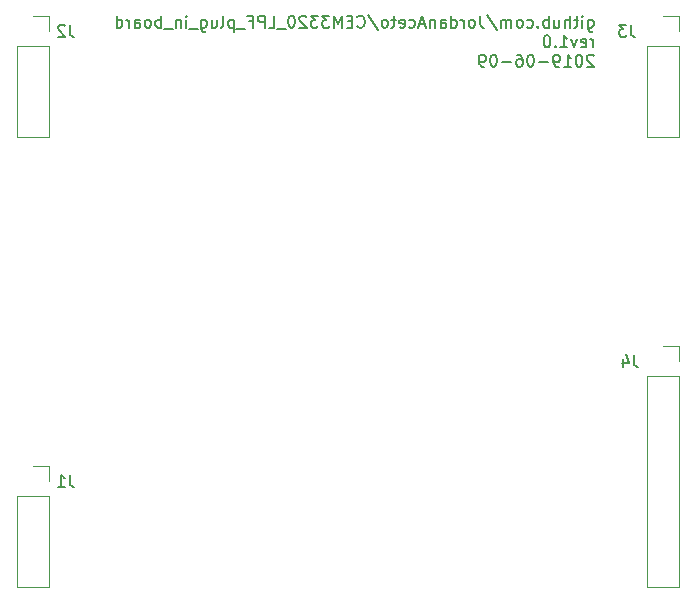
<source format=gbo>
G04 #@! TF.GenerationSoftware,KiCad,Pcbnew,5.1.2-f72e74a~84~ubuntu18.04.1*
G04 #@! TF.CreationDate,2019-06-11T14:16:10-04:00*
G04 #@! TF.ProjectId,CEM3320_LPF_plug_in_board,43454d33-3332-4305-9f4c-50465f706c75,1*
G04 #@! TF.SameCoordinates,Original*
G04 #@! TF.FileFunction,Legend,Bot*
G04 #@! TF.FilePolarity,Positive*
%FSLAX46Y46*%
G04 Gerber Fmt 4.6, Leading zero omitted, Abs format (unit mm)*
G04 Created by KiCad (PCBNEW 5.1.2-f72e74a~84~ubuntu18.04.1) date 2019-06-11 14:16:10*
%MOMM*%
%LPD*%
G04 APERTURE LIST*
%ADD10C,0.150000*%
%ADD11C,0.120000*%
G04 APERTURE END LIST*
D10*
X176527833Y-77764714D02*
X176527833Y-78574238D01*
X176575452Y-78669476D01*
X176623071Y-78717095D01*
X176718309Y-78764714D01*
X176861166Y-78764714D01*
X176956404Y-78717095D01*
X176527833Y-78383761D02*
X176623071Y-78431380D01*
X176813547Y-78431380D01*
X176908785Y-78383761D01*
X176956404Y-78336142D01*
X177004023Y-78240904D01*
X177004023Y-77955190D01*
X176956404Y-77859952D01*
X176908785Y-77812333D01*
X176813547Y-77764714D01*
X176623071Y-77764714D01*
X176527833Y-77812333D01*
X176051642Y-78431380D02*
X176051642Y-77764714D01*
X176051642Y-77431380D02*
X176099261Y-77479000D01*
X176051642Y-77526619D01*
X176004023Y-77479000D01*
X176051642Y-77431380D01*
X176051642Y-77526619D01*
X175718309Y-77764714D02*
X175337357Y-77764714D01*
X175575452Y-77431380D02*
X175575452Y-78288523D01*
X175527833Y-78383761D01*
X175432595Y-78431380D01*
X175337357Y-78431380D01*
X175004023Y-78431380D02*
X175004023Y-77431380D01*
X174575452Y-78431380D02*
X174575452Y-77907571D01*
X174623071Y-77812333D01*
X174718309Y-77764714D01*
X174861166Y-77764714D01*
X174956404Y-77812333D01*
X175004023Y-77859952D01*
X173670690Y-77764714D02*
X173670690Y-78431380D01*
X174099261Y-77764714D02*
X174099261Y-78288523D01*
X174051642Y-78383761D01*
X173956404Y-78431380D01*
X173813547Y-78431380D01*
X173718309Y-78383761D01*
X173670690Y-78336142D01*
X173194500Y-78431380D02*
X173194500Y-77431380D01*
X173194500Y-77812333D02*
X173099261Y-77764714D01*
X172908785Y-77764714D01*
X172813547Y-77812333D01*
X172765928Y-77859952D01*
X172718309Y-77955190D01*
X172718309Y-78240904D01*
X172765928Y-78336142D01*
X172813547Y-78383761D01*
X172908785Y-78431380D01*
X173099261Y-78431380D01*
X173194500Y-78383761D01*
X172289738Y-78336142D02*
X172242119Y-78383761D01*
X172289738Y-78431380D01*
X172337357Y-78383761D01*
X172289738Y-78336142D01*
X172289738Y-78431380D01*
X171384976Y-78383761D02*
X171480214Y-78431380D01*
X171670690Y-78431380D01*
X171765928Y-78383761D01*
X171813547Y-78336142D01*
X171861166Y-78240904D01*
X171861166Y-77955190D01*
X171813547Y-77859952D01*
X171765928Y-77812333D01*
X171670690Y-77764714D01*
X171480214Y-77764714D01*
X171384976Y-77812333D01*
X170813547Y-78431380D02*
X170908785Y-78383761D01*
X170956404Y-78336142D01*
X171004023Y-78240904D01*
X171004023Y-77955190D01*
X170956404Y-77859952D01*
X170908785Y-77812333D01*
X170813547Y-77764714D01*
X170670690Y-77764714D01*
X170575452Y-77812333D01*
X170527833Y-77859952D01*
X170480214Y-77955190D01*
X170480214Y-78240904D01*
X170527833Y-78336142D01*
X170575452Y-78383761D01*
X170670690Y-78431380D01*
X170813547Y-78431380D01*
X170051642Y-78431380D02*
X170051642Y-77764714D01*
X170051642Y-77859952D02*
X170004023Y-77812333D01*
X169908785Y-77764714D01*
X169765928Y-77764714D01*
X169670690Y-77812333D01*
X169623071Y-77907571D01*
X169623071Y-78431380D01*
X169623071Y-77907571D02*
X169575452Y-77812333D01*
X169480214Y-77764714D01*
X169337357Y-77764714D01*
X169242119Y-77812333D01*
X169194500Y-77907571D01*
X169194500Y-78431380D01*
X168004023Y-77383761D02*
X168861166Y-78669476D01*
X167384976Y-77431380D02*
X167384976Y-78145666D01*
X167432595Y-78288523D01*
X167527833Y-78383761D01*
X167670690Y-78431380D01*
X167765928Y-78431380D01*
X166765928Y-78431380D02*
X166861166Y-78383761D01*
X166908785Y-78336142D01*
X166956404Y-78240904D01*
X166956404Y-77955190D01*
X166908785Y-77859952D01*
X166861166Y-77812333D01*
X166765928Y-77764714D01*
X166623071Y-77764714D01*
X166527833Y-77812333D01*
X166480214Y-77859952D01*
X166432595Y-77955190D01*
X166432595Y-78240904D01*
X166480214Y-78336142D01*
X166527833Y-78383761D01*
X166623071Y-78431380D01*
X166765928Y-78431380D01*
X166004023Y-78431380D02*
X166004023Y-77764714D01*
X166004023Y-77955190D02*
X165956404Y-77859952D01*
X165908785Y-77812333D01*
X165813547Y-77764714D01*
X165718309Y-77764714D01*
X164956404Y-78431380D02*
X164956404Y-77431380D01*
X164956404Y-78383761D02*
X165051642Y-78431380D01*
X165242119Y-78431380D01*
X165337357Y-78383761D01*
X165384976Y-78336142D01*
X165432595Y-78240904D01*
X165432595Y-77955190D01*
X165384976Y-77859952D01*
X165337357Y-77812333D01*
X165242119Y-77764714D01*
X165051642Y-77764714D01*
X164956404Y-77812333D01*
X164051642Y-78431380D02*
X164051642Y-77907571D01*
X164099261Y-77812333D01*
X164194500Y-77764714D01*
X164384976Y-77764714D01*
X164480214Y-77812333D01*
X164051642Y-78383761D02*
X164146880Y-78431380D01*
X164384976Y-78431380D01*
X164480214Y-78383761D01*
X164527833Y-78288523D01*
X164527833Y-78193285D01*
X164480214Y-78098047D01*
X164384976Y-78050428D01*
X164146880Y-78050428D01*
X164051642Y-78002809D01*
X163575452Y-77764714D02*
X163575452Y-78431380D01*
X163575452Y-77859952D02*
X163527833Y-77812333D01*
X163432595Y-77764714D01*
X163289738Y-77764714D01*
X163194500Y-77812333D01*
X163146880Y-77907571D01*
X163146880Y-78431380D01*
X162718309Y-78145666D02*
X162242119Y-78145666D01*
X162813547Y-78431380D02*
X162480214Y-77431380D01*
X162146880Y-78431380D01*
X161384976Y-78383761D02*
X161480214Y-78431380D01*
X161670690Y-78431380D01*
X161765928Y-78383761D01*
X161813547Y-78336142D01*
X161861166Y-78240904D01*
X161861166Y-77955190D01*
X161813547Y-77859952D01*
X161765928Y-77812333D01*
X161670690Y-77764714D01*
X161480214Y-77764714D01*
X161384976Y-77812333D01*
X160575452Y-78383761D02*
X160670690Y-78431380D01*
X160861166Y-78431380D01*
X160956404Y-78383761D01*
X161004023Y-78288523D01*
X161004023Y-77907571D01*
X160956404Y-77812333D01*
X160861166Y-77764714D01*
X160670690Y-77764714D01*
X160575452Y-77812333D01*
X160527833Y-77907571D01*
X160527833Y-78002809D01*
X161004023Y-78098047D01*
X160242119Y-77764714D02*
X159861166Y-77764714D01*
X160099261Y-77431380D02*
X160099261Y-78288523D01*
X160051642Y-78383761D01*
X159956404Y-78431380D01*
X159861166Y-78431380D01*
X159384976Y-78431380D02*
X159480214Y-78383761D01*
X159527833Y-78336142D01*
X159575452Y-78240904D01*
X159575452Y-77955190D01*
X159527833Y-77859952D01*
X159480214Y-77812333D01*
X159384976Y-77764714D01*
X159242119Y-77764714D01*
X159146880Y-77812333D01*
X159099261Y-77859952D01*
X159051642Y-77955190D01*
X159051642Y-78240904D01*
X159099261Y-78336142D01*
X159146880Y-78383761D01*
X159242119Y-78431380D01*
X159384976Y-78431380D01*
X157908785Y-77383761D02*
X158765928Y-78669476D01*
X157004023Y-78336142D02*
X157051642Y-78383761D01*
X157194500Y-78431380D01*
X157289738Y-78431380D01*
X157432595Y-78383761D01*
X157527833Y-78288523D01*
X157575452Y-78193285D01*
X157623071Y-78002809D01*
X157623071Y-77859952D01*
X157575452Y-77669476D01*
X157527833Y-77574238D01*
X157432595Y-77479000D01*
X157289738Y-77431380D01*
X157194500Y-77431380D01*
X157051642Y-77479000D01*
X157004023Y-77526619D01*
X156575452Y-77907571D02*
X156242119Y-77907571D01*
X156099261Y-78431380D02*
X156575452Y-78431380D01*
X156575452Y-77431380D01*
X156099261Y-77431380D01*
X155670690Y-78431380D02*
X155670690Y-77431380D01*
X155337357Y-78145666D01*
X155004023Y-77431380D01*
X155004023Y-78431380D01*
X154623071Y-77431380D02*
X154004023Y-77431380D01*
X154337357Y-77812333D01*
X154194500Y-77812333D01*
X154099261Y-77859952D01*
X154051642Y-77907571D01*
X154004023Y-78002809D01*
X154004023Y-78240904D01*
X154051642Y-78336142D01*
X154099261Y-78383761D01*
X154194500Y-78431380D01*
X154480214Y-78431380D01*
X154575452Y-78383761D01*
X154623071Y-78336142D01*
X153670690Y-77431380D02*
X153051642Y-77431380D01*
X153384976Y-77812333D01*
X153242119Y-77812333D01*
X153146880Y-77859952D01*
X153099261Y-77907571D01*
X153051642Y-78002809D01*
X153051642Y-78240904D01*
X153099261Y-78336142D01*
X153146880Y-78383761D01*
X153242119Y-78431380D01*
X153527833Y-78431380D01*
X153623071Y-78383761D01*
X153670690Y-78336142D01*
X152670690Y-77526619D02*
X152623071Y-77479000D01*
X152527833Y-77431380D01*
X152289738Y-77431380D01*
X152194500Y-77479000D01*
X152146880Y-77526619D01*
X152099261Y-77621857D01*
X152099261Y-77717095D01*
X152146880Y-77859952D01*
X152718309Y-78431380D01*
X152099261Y-78431380D01*
X151480214Y-77431380D02*
X151384976Y-77431380D01*
X151289738Y-77479000D01*
X151242119Y-77526619D01*
X151194500Y-77621857D01*
X151146880Y-77812333D01*
X151146880Y-78050428D01*
X151194500Y-78240904D01*
X151242119Y-78336142D01*
X151289738Y-78383761D01*
X151384976Y-78431380D01*
X151480214Y-78431380D01*
X151575452Y-78383761D01*
X151623071Y-78336142D01*
X151670690Y-78240904D01*
X151718309Y-78050428D01*
X151718309Y-77812333D01*
X151670690Y-77621857D01*
X151623071Y-77526619D01*
X151575452Y-77479000D01*
X151480214Y-77431380D01*
X150956404Y-78526619D02*
X150194500Y-78526619D01*
X149480214Y-78431380D02*
X149956404Y-78431380D01*
X149956404Y-77431380D01*
X149146880Y-78431380D02*
X149146880Y-77431380D01*
X148765928Y-77431380D01*
X148670690Y-77479000D01*
X148623071Y-77526619D01*
X148575452Y-77621857D01*
X148575452Y-77764714D01*
X148623071Y-77859952D01*
X148670690Y-77907571D01*
X148765928Y-77955190D01*
X149146880Y-77955190D01*
X147813547Y-77907571D02*
X148146880Y-77907571D01*
X148146880Y-78431380D02*
X148146880Y-77431380D01*
X147670690Y-77431380D01*
X147527833Y-78526619D02*
X146765928Y-78526619D01*
X146527833Y-77764714D02*
X146527833Y-78764714D01*
X146527833Y-77812333D02*
X146432595Y-77764714D01*
X146242119Y-77764714D01*
X146146880Y-77812333D01*
X146099261Y-77859952D01*
X146051642Y-77955190D01*
X146051642Y-78240904D01*
X146099261Y-78336142D01*
X146146880Y-78383761D01*
X146242119Y-78431380D01*
X146432595Y-78431380D01*
X146527833Y-78383761D01*
X145480214Y-78431380D02*
X145575452Y-78383761D01*
X145623071Y-78288523D01*
X145623071Y-77431380D01*
X144670690Y-77764714D02*
X144670690Y-78431380D01*
X145099261Y-77764714D02*
X145099261Y-78288523D01*
X145051642Y-78383761D01*
X144956404Y-78431380D01*
X144813547Y-78431380D01*
X144718309Y-78383761D01*
X144670690Y-78336142D01*
X143765928Y-77764714D02*
X143765928Y-78574238D01*
X143813547Y-78669476D01*
X143861166Y-78717095D01*
X143956404Y-78764714D01*
X144099261Y-78764714D01*
X144194500Y-78717095D01*
X143765928Y-78383761D02*
X143861166Y-78431380D01*
X144051642Y-78431380D01*
X144146880Y-78383761D01*
X144194500Y-78336142D01*
X144242119Y-78240904D01*
X144242119Y-77955190D01*
X144194500Y-77859952D01*
X144146880Y-77812333D01*
X144051642Y-77764714D01*
X143861166Y-77764714D01*
X143765928Y-77812333D01*
X143527833Y-78526619D02*
X142765928Y-78526619D01*
X142527833Y-78431380D02*
X142527833Y-77764714D01*
X142527833Y-77431380D02*
X142575452Y-77479000D01*
X142527833Y-77526619D01*
X142480214Y-77479000D01*
X142527833Y-77431380D01*
X142527833Y-77526619D01*
X142051642Y-77764714D02*
X142051642Y-78431380D01*
X142051642Y-77859952D02*
X142004023Y-77812333D01*
X141908785Y-77764714D01*
X141765928Y-77764714D01*
X141670690Y-77812333D01*
X141623071Y-77907571D01*
X141623071Y-78431380D01*
X141384976Y-78526619D02*
X140623071Y-78526619D01*
X140384976Y-78431380D02*
X140384976Y-77431380D01*
X140384976Y-77812333D02*
X140289738Y-77764714D01*
X140099261Y-77764714D01*
X140004023Y-77812333D01*
X139956404Y-77859952D01*
X139908785Y-77955190D01*
X139908785Y-78240904D01*
X139956404Y-78336142D01*
X140004023Y-78383761D01*
X140099261Y-78431380D01*
X140289738Y-78431380D01*
X140384976Y-78383761D01*
X139337357Y-78431380D02*
X139432595Y-78383761D01*
X139480214Y-78336142D01*
X139527833Y-78240904D01*
X139527833Y-77955190D01*
X139480214Y-77859952D01*
X139432595Y-77812333D01*
X139337357Y-77764714D01*
X139194500Y-77764714D01*
X139099261Y-77812333D01*
X139051642Y-77859952D01*
X139004023Y-77955190D01*
X139004023Y-78240904D01*
X139051642Y-78336142D01*
X139099261Y-78383761D01*
X139194500Y-78431380D01*
X139337357Y-78431380D01*
X138146880Y-78431380D02*
X138146880Y-77907571D01*
X138194500Y-77812333D01*
X138289738Y-77764714D01*
X138480214Y-77764714D01*
X138575452Y-77812333D01*
X138146880Y-78383761D02*
X138242119Y-78431380D01*
X138480214Y-78431380D01*
X138575452Y-78383761D01*
X138623071Y-78288523D01*
X138623071Y-78193285D01*
X138575452Y-78098047D01*
X138480214Y-78050428D01*
X138242119Y-78050428D01*
X138146880Y-78002809D01*
X137670690Y-78431380D02*
X137670690Y-77764714D01*
X137670690Y-77955190D02*
X137623071Y-77859952D01*
X137575452Y-77812333D01*
X137480214Y-77764714D01*
X137384976Y-77764714D01*
X136623071Y-78431380D02*
X136623071Y-77431380D01*
X136623071Y-78383761D02*
X136718309Y-78431380D01*
X136908785Y-78431380D01*
X137004023Y-78383761D01*
X137051642Y-78336142D01*
X137099261Y-78240904D01*
X137099261Y-77955190D01*
X137051642Y-77859952D01*
X137004023Y-77812333D01*
X136908785Y-77764714D01*
X136718309Y-77764714D01*
X136623071Y-77812333D01*
X176956404Y-80081380D02*
X176956404Y-79414714D01*
X176956404Y-79605190D02*
X176908785Y-79509952D01*
X176861166Y-79462333D01*
X176765928Y-79414714D01*
X176670690Y-79414714D01*
X175956404Y-80033761D02*
X176051642Y-80081380D01*
X176242119Y-80081380D01*
X176337357Y-80033761D01*
X176384976Y-79938523D01*
X176384976Y-79557571D01*
X176337357Y-79462333D01*
X176242119Y-79414714D01*
X176051642Y-79414714D01*
X175956404Y-79462333D01*
X175908785Y-79557571D01*
X175908785Y-79652809D01*
X176384976Y-79748047D01*
X175575452Y-79414714D02*
X175337357Y-80081380D01*
X175099261Y-79414714D01*
X174194500Y-80081380D02*
X174765928Y-80081380D01*
X174480214Y-80081380D02*
X174480214Y-79081380D01*
X174575452Y-79224238D01*
X174670690Y-79319476D01*
X174765928Y-79367095D01*
X173765928Y-79986142D02*
X173718309Y-80033761D01*
X173765928Y-80081380D01*
X173813547Y-80033761D01*
X173765928Y-79986142D01*
X173765928Y-80081380D01*
X173099261Y-79081380D02*
X173004023Y-79081380D01*
X172908785Y-79129000D01*
X172861166Y-79176619D01*
X172813547Y-79271857D01*
X172765928Y-79462333D01*
X172765928Y-79700428D01*
X172813547Y-79890904D01*
X172861166Y-79986142D01*
X172908785Y-80033761D01*
X173004023Y-80081380D01*
X173099261Y-80081380D01*
X173194500Y-80033761D01*
X173242119Y-79986142D01*
X173289738Y-79890904D01*
X173337357Y-79700428D01*
X173337357Y-79462333D01*
X173289738Y-79271857D01*
X173242119Y-79176619D01*
X173194500Y-79129000D01*
X173099261Y-79081380D01*
X177004023Y-80826619D02*
X176956404Y-80779000D01*
X176861166Y-80731380D01*
X176623071Y-80731380D01*
X176527833Y-80779000D01*
X176480214Y-80826619D01*
X176432595Y-80921857D01*
X176432595Y-81017095D01*
X176480214Y-81159952D01*
X177051642Y-81731380D01*
X176432595Y-81731380D01*
X175813547Y-80731380D02*
X175718309Y-80731380D01*
X175623071Y-80779000D01*
X175575452Y-80826619D01*
X175527833Y-80921857D01*
X175480214Y-81112333D01*
X175480214Y-81350428D01*
X175527833Y-81540904D01*
X175575452Y-81636142D01*
X175623071Y-81683761D01*
X175718309Y-81731380D01*
X175813547Y-81731380D01*
X175908785Y-81683761D01*
X175956404Y-81636142D01*
X176004023Y-81540904D01*
X176051642Y-81350428D01*
X176051642Y-81112333D01*
X176004023Y-80921857D01*
X175956404Y-80826619D01*
X175908785Y-80779000D01*
X175813547Y-80731380D01*
X174527833Y-81731380D02*
X175099261Y-81731380D01*
X174813547Y-81731380D02*
X174813547Y-80731380D01*
X174908785Y-80874238D01*
X175004023Y-80969476D01*
X175099261Y-81017095D01*
X174051642Y-81731380D02*
X173861166Y-81731380D01*
X173765928Y-81683761D01*
X173718309Y-81636142D01*
X173623071Y-81493285D01*
X173575452Y-81302809D01*
X173575452Y-80921857D01*
X173623071Y-80826619D01*
X173670690Y-80779000D01*
X173765928Y-80731380D01*
X173956404Y-80731380D01*
X174051642Y-80779000D01*
X174099261Y-80826619D01*
X174146880Y-80921857D01*
X174146880Y-81159952D01*
X174099261Y-81255190D01*
X174051642Y-81302809D01*
X173956404Y-81350428D01*
X173765928Y-81350428D01*
X173670690Y-81302809D01*
X173623071Y-81255190D01*
X173575452Y-81159952D01*
X173146880Y-81350428D02*
X172384976Y-81350428D01*
X171718309Y-80731380D02*
X171623071Y-80731380D01*
X171527833Y-80779000D01*
X171480214Y-80826619D01*
X171432595Y-80921857D01*
X171384976Y-81112333D01*
X171384976Y-81350428D01*
X171432595Y-81540904D01*
X171480214Y-81636142D01*
X171527833Y-81683761D01*
X171623071Y-81731380D01*
X171718309Y-81731380D01*
X171813547Y-81683761D01*
X171861166Y-81636142D01*
X171908785Y-81540904D01*
X171956404Y-81350428D01*
X171956404Y-81112333D01*
X171908785Y-80921857D01*
X171861166Y-80826619D01*
X171813547Y-80779000D01*
X171718309Y-80731380D01*
X170527833Y-80731380D02*
X170718309Y-80731380D01*
X170813547Y-80779000D01*
X170861166Y-80826619D01*
X170956404Y-80969476D01*
X171004023Y-81159952D01*
X171004023Y-81540904D01*
X170956404Y-81636142D01*
X170908785Y-81683761D01*
X170813547Y-81731380D01*
X170623071Y-81731380D01*
X170527833Y-81683761D01*
X170480214Y-81636142D01*
X170432595Y-81540904D01*
X170432595Y-81302809D01*
X170480214Y-81207571D01*
X170527833Y-81159952D01*
X170623071Y-81112333D01*
X170813547Y-81112333D01*
X170908785Y-81159952D01*
X170956404Y-81207571D01*
X171004023Y-81302809D01*
X170004023Y-81350428D02*
X169242119Y-81350428D01*
X168575452Y-80731380D02*
X168480214Y-80731380D01*
X168384976Y-80779000D01*
X168337357Y-80826619D01*
X168289738Y-80921857D01*
X168242119Y-81112333D01*
X168242119Y-81350428D01*
X168289738Y-81540904D01*
X168337357Y-81636142D01*
X168384976Y-81683761D01*
X168480214Y-81731380D01*
X168575452Y-81731380D01*
X168670690Y-81683761D01*
X168718309Y-81636142D01*
X168765928Y-81540904D01*
X168813547Y-81350428D01*
X168813547Y-81112333D01*
X168765928Y-80921857D01*
X168718309Y-80826619D01*
X168670690Y-80779000D01*
X168575452Y-80731380D01*
X167765928Y-81731380D02*
X167575452Y-81731380D01*
X167480214Y-81683761D01*
X167432595Y-81636142D01*
X167337357Y-81493285D01*
X167289738Y-81302809D01*
X167289738Y-80921857D01*
X167337357Y-80826619D01*
X167384976Y-80779000D01*
X167480214Y-80731380D01*
X167670690Y-80731380D01*
X167765928Y-80779000D01*
X167813547Y-80826619D01*
X167861166Y-80921857D01*
X167861166Y-81159952D01*
X167813547Y-81255190D01*
X167765928Y-81302809D01*
X167670690Y-81350428D01*
X167480214Y-81350428D01*
X167384976Y-81302809D01*
X167337357Y-81255190D01*
X167289738Y-81159952D01*
D11*
X184210000Y-105350000D02*
X182880000Y-105350000D01*
X184210000Y-106680000D02*
X184210000Y-105350000D01*
X184210000Y-107950000D02*
X181550000Y-107950000D01*
X181550000Y-107950000D02*
X181550000Y-125790000D01*
X184210000Y-107950000D02*
X184210000Y-125790000D01*
X184210000Y-125790000D02*
X181550000Y-125790000D01*
X184210000Y-77410000D02*
X182880000Y-77410000D01*
X184210000Y-78740000D02*
X184210000Y-77410000D01*
X184210000Y-80010000D02*
X181550000Y-80010000D01*
X181550000Y-80010000D02*
X181550000Y-87690000D01*
X184210000Y-80010000D02*
X184210000Y-87690000D01*
X184210000Y-87690000D02*
X181550000Y-87690000D01*
X130870000Y-77410000D02*
X129540000Y-77410000D01*
X130870000Y-78740000D02*
X130870000Y-77410000D01*
X130870000Y-80010000D02*
X128210000Y-80010000D01*
X128210000Y-80010000D02*
X128210000Y-87690000D01*
X130870000Y-80010000D02*
X130870000Y-87690000D01*
X130870000Y-87690000D02*
X128210000Y-87690000D01*
X130870000Y-115510000D02*
X129540000Y-115510000D01*
X130870000Y-116840000D02*
X130870000Y-115510000D01*
X130870000Y-118110000D02*
X128210000Y-118110000D01*
X128210000Y-118110000D02*
X128210000Y-125790000D01*
X130870000Y-118110000D02*
X130870000Y-125790000D01*
X130870000Y-125790000D02*
X128210000Y-125790000D01*
D10*
X180419333Y-106132380D02*
X180419333Y-106846666D01*
X180466952Y-106989523D01*
X180562190Y-107084761D01*
X180705047Y-107132380D01*
X180800285Y-107132380D01*
X179514571Y-106465714D02*
X179514571Y-107132380D01*
X179752666Y-106084761D02*
X179990761Y-106799047D01*
X179371714Y-106799047D01*
X180165333Y-78192380D02*
X180165333Y-78906666D01*
X180212952Y-79049523D01*
X180308190Y-79144761D01*
X180451047Y-79192380D01*
X180546285Y-79192380D01*
X179784380Y-78192380D02*
X179165333Y-78192380D01*
X179498666Y-78573333D01*
X179355809Y-78573333D01*
X179260571Y-78620952D01*
X179212952Y-78668571D01*
X179165333Y-78763809D01*
X179165333Y-79001904D01*
X179212952Y-79097142D01*
X179260571Y-79144761D01*
X179355809Y-79192380D01*
X179641523Y-79192380D01*
X179736761Y-79144761D01*
X179784380Y-79097142D01*
X132667333Y-78192380D02*
X132667333Y-78906666D01*
X132714952Y-79049523D01*
X132810190Y-79144761D01*
X132953047Y-79192380D01*
X133048285Y-79192380D01*
X132238761Y-78287619D02*
X132191142Y-78240000D01*
X132095904Y-78192380D01*
X131857809Y-78192380D01*
X131762571Y-78240000D01*
X131714952Y-78287619D01*
X131667333Y-78382857D01*
X131667333Y-78478095D01*
X131714952Y-78620952D01*
X132286380Y-79192380D01*
X131667333Y-79192380D01*
X132667333Y-116292380D02*
X132667333Y-117006666D01*
X132714952Y-117149523D01*
X132810190Y-117244761D01*
X132953047Y-117292380D01*
X133048285Y-117292380D01*
X131667333Y-117292380D02*
X132238761Y-117292380D01*
X131953047Y-117292380D02*
X131953047Y-116292380D01*
X132048285Y-116435238D01*
X132143523Y-116530476D01*
X132238761Y-116578095D01*
M02*

</source>
